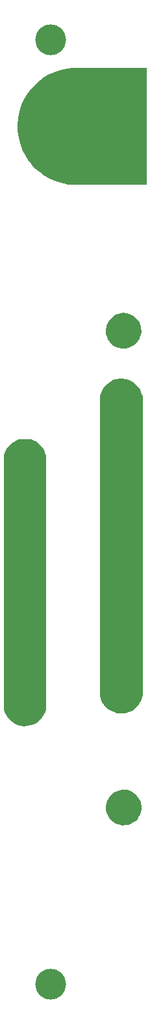
<source format=gbs>
G04 #@! TF.GenerationSoftware,KiCad,Pcbnew,8.0.2*
G04 #@! TF.CreationDate,2024-05-01T23:13:20+02:00*
G04 #@! TF.ProjectId,PetRockPanel,50657452-6f63-46b5-9061-6e656c2e6b69,rev?*
G04 #@! TF.SameCoordinates,Original*
G04 #@! TF.FileFunction,Soldermask,Bot*
G04 #@! TF.FilePolarity,Negative*
%FSLAX46Y46*%
G04 Gerber Fmt 4.6, Leading zero omitted, Abs format (unit mm)*
G04 Created by KiCad (PCBNEW 8.0.2) date 2024-05-01 23:13:20*
%MOMM*%
%LPD*%
G01*
G04 APERTURE LIST*
%ADD10C,0.000000*%
%ADD11C,4.000000*%
G04 APERTURE END LIST*
D10*
G36*
X83588224Y-75793360D02*
G01*
X83953623Y-75883073D01*
X84294286Y-76028472D01*
X84604744Y-76226186D01*
X84879530Y-76472842D01*
X85113174Y-76765067D01*
X85270825Y-77037547D01*
X85381209Y-77286209D01*
X85453751Y-77515727D01*
X85494326Y-77751561D01*
X85508809Y-78019175D01*
X85509099Y-78070330D01*
X85498517Y-78345986D01*
X85462853Y-78585479D01*
X85396235Y-78814270D01*
X85292787Y-79057820D01*
X85270825Y-79103113D01*
X85074577Y-79430708D01*
X84830594Y-79717092D01*
X84543955Y-79958167D01*
X84219736Y-80149835D01*
X83863017Y-80288000D01*
X83771267Y-80313217D01*
X83494212Y-80361359D01*
X83190388Y-80376786D01*
X82887613Y-80359527D01*
X82622618Y-80311942D01*
X82258659Y-80186051D01*
X81928518Y-80006491D01*
X81635458Y-79776451D01*
X81382743Y-79499123D01*
X81173636Y-79177695D01*
X81011400Y-78815358D01*
X80972167Y-78698545D01*
X80919168Y-78458693D01*
X80894018Y-78184842D01*
X80896716Y-77901223D01*
X80927264Y-77632068D01*
X80972167Y-77442116D01*
X81119390Y-77068650D01*
X81313586Y-76735832D01*
X81550712Y-76446706D01*
X81826725Y-76204314D01*
X82137582Y-76011700D01*
X82479241Y-75871905D01*
X82847657Y-75787972D01*
X83203558Y-75762706D01*
X83588224Y-75793360D01*
G37*
G36*
X83157720Y-84308644D02*
G01*
X83404601Y-84334015D01*
X83593866Y-84372221D01*
X84006918Y-84516886D01*
X84382331Y-84713275D01*
X84717611Y-84958967D01*
X85010263Y-85251544D01*
X85257792Y-85588585D01*
X85457703Y-85967673D01*
X85581898Y-86300317D01*
X85672554Y-86590788D01*
X85672554Y-106003875D01*
X85672554Y-125416963D01*
X85583505Y-125700868D01*
X85422954Y-126113588D01*
X85214182Y-126485557D01*
X84959758Y-126814280D01*
X84662254Y-127097262D01*
X84324241Y-127332005D01*
X83948289Y-127516015D01*
X83593866Y-127632496D01*
X83370011Y-127676019D01*
X83109320Y-127702923D01*
X82836513Y-127712331D01*
X82576311Y-127703368D01*
X82359080Y-127676242D01*
X81943099Y-127566039D01*
X81559255Y-127400970D01*
X81210584Y-127183784D01*
X80900124Y-126917233D01*
X80630912Y-126604068D01*
X80405984Y-126247038D01*
X80228377Y-125848895D01*
X80178122Y-125700868D01*
X80089073Y-125416963D01*
X80089073Y-106003875D01*
X80089073Y-86590788D01*
X80179953Y-86300317D01*
X80338574Y-85895569D01*
X80548084Y-85527013D01*
X80804679Y-85198356D01*
X81104553Y-84913308D01*
X81443902Y-84675576D01*
X81818923Y-84488871D01*
X82154638Y-84375292D01*
X82366129Y-84333498D01*
X82617678Y-84308430D01*
X82888477Y-84300130D01*
X83157720Y-84308644D01*
G37*
G36*
X83473255Y-137628514D02*
G01*
X83704756Y-137659587D01*
X83922421Y-137717793D01*
X84150611Y-137808743D01*
X84267709Y-137864045D01*
X84406228Y-137937371D01*
X84526941Y-138015916D01*
X84647674Y-138113084D01*
X84786256Y-138242280D01*
X84836218Y-138291516D01*
X84972582Y-138431108D01*
X85073792Y-138546948D01*
X85153537Y-138657482D01*
X85225511Y-138781155D01*
X85281609Y-138891550D01*
X85352466Y-139049365D01*
X85416649Y-139215861D01*
X85464446Y-139364849D01*
X85479058Y-139424079D01*
X85514695Y-139682264D01*
X85523940Y-139967519D01*
X85506791Y-140248007D01*
X85479058Y-140424587D01*
X85425042Y-140611571D01*
X85339659Y-140824923D01*
X85233795Y-141042212D01*
X85118335Y-141241004D01*
X85009234Y-141392821D01*
X84762859Y-141644476D01*
X84474835Y-141862763D01*
X84160621Y-142037752D01*
X83835681Y-142159512D01*
X83800635Y-142169049D01*
X83672248Y-142194019D01*
X83505672Y-142214491D01*
X83322078Y-142229105D01*
X83142635Y-142236500D01*
X82988514Y-142235313D01*
X82896951Y-142227156D01*
X82519002Y-142135744D01*
X82167944Y-141989442D01*
X81848922Y-141792841D01*
X81567082Y-141550530D01*
X81327570Y-141267100D01*
X81135531Y-140947142D01*
X80996111Y-140595246D01*
X80971931Y-140509905D01*
X80926291Y-140262769D01*
X80906525Y-139984661D01*
X80912984Y-139703256D01*
X80946016Y-139446229D01*
X80957804Y-139391804D01*
X81058209Y-139082506D01*
X81206825Y-138779947D01*
X81394077Y-138498711D01*
X81610391Y-138253380D01*
X81822281Y-138075140D01*
X82120015Y-137885805D01*
X82407746Y-137750908D01*
X82700630Y-137665443D01*
X83013823Y-137624405D01*
X83203558Y-137618963D01*
X83473255Y-137628514D01*
G37*
G36*
X86205083Y-51555798D02*
G01*
X86205083Y-59141359D01*
X81291296Y-59137898D01*
X80601725Y-59137310D01*
X79973806Y-59136545D01*
X79404642Y-59135577D01*
X78891336Y-59134381D01*
X78430991Y-59132929D01*
X78020710Y-59131195D01*
X77657597Y-59129155D01*
X77338755Y-59126782D01*
X77061286Y-59124049D01*
X76822294Y-59120931D01*
X76618882Y-59117402D01*
X76448153Y-59113436D01*
X76307211Y-59109006D01*
X76193158Y-59104087D01*
X76103097Y-59098653D01*
X76034131Y-59092677D01*
X76014673Y-59090481D01*
X75347846Y-58977655D01*
X74692660Y-58803638D01*
X74054411Y-58571293D01*
X73438394Y-58283485D01*
X72849907Y-57943079D01*
X72294245Y-57552940D01*
X71776704Y-57115932D01*
X71302581Y-56634919D01*
X71149928Y-56459144D01*
X70722011Y-55900691D01*
X70350485Y-55312569D01*
X70036450Y-54697963D01*
X69781003Y-54060055D01*
X69585244Y-53402027D01*
X69450271Y-52727062D01*
X69377183Y-52038343D01*
X69367078Y-51339052D01*
X69368432Y-51298666D01*
X69420737Y-50614841D01*
X69528299Y-49959729D01*
X69693042Y-49325682D01*
X69916890Y-48705052D01*
X70149793Y-48192946D01*
X70490996Y-47577055D01*
X70879936Y-47003745D01*
X71314598Y-46474471D01*
X71792968Y-45990688D01*
X72313030Y-45553853D01*
X72872770Y-45165421D01*
X73470172Y-44826847D01*
X74103220Y-44539588D01*
X74769901Y-44305099D01*
X75468199Y-44124835D01*
X75891930Y-44044877D01*
X75940557Y-44037719D01*
X75997162Y-44031196D01*
X76064892Y-44025271D01*
X76146895Y-44019906D01*
X76246318Y-44015064D01*
X76366310Y-44010706D01*
X76510018Y-44006795D01*
X76680590Y-44003293D01*
X76881173Y-44000162D01*
X77114916Y-43997364D01*
X77384965Y-43994862D01*
X77694469Y-43992617D01*
X78046575Y-43990592D01*
X78444430Y-43988750D01*
X78891184Y-43987051D01*
X79389983Y-43985459D01*
X79943974Y-43983935D01*
X80556307Y-43982443D01*
X81210610Y-43980985D01*
X86205083Y-43970236D01*
X86205083Y-51555798D01*
G37*
G36*
X70551988Y-92111063D02*
G01*
X70712589Y-92115940D01*
X70839300Y-92125844D01*
X70947435Y-92142226D01*
X71052304Y-92166539D01*
X71109848Y-92182573D01*
X71505084Y-92329513D01*
X71868805Y-92529835D01*
X72196336Y-92778731D01*
X72483002Y-93071390D01*
X72724127Y-93403003D01*
X72915037Y-93768759D01*
X73051057Y-94163850D01*
X73056625Y-94185441D01*
X73133926Y-94490170D01*
X73133926Y-110705308D01*
X73133953Y-111938760D01*
X73134018Y-113109340D01*
X73134103Y-114218727D01*
X73134187Y-115268599D01*
X73134250Y-116260633D01*
X73134273Y-117196507D01*
X73134236Y-118077899D01*
X73134118Y-118906487D01*
X73133899Y-119683948D01*
X73133561Y-120411961D01*
X73133082Y-121092203D01*
X73132443Y-121726351D01*
X73131625Y-122316085D01*
X73130606Y-122863080D01*
X73129367Y-123369017D01*
X73127889Y-123835571D01*
X73126150Y-124264421D01*
X73124132Y-124657245D01*
X73121815Y-125015721D01*
X73119178Y-125341525D01*
X73116201Y-125636337D01*
X73112865Y-125901834D01*
X73109150Y-126139694D01*
X73105035Y-126351594D01*
X73100501Y-126539212D01*
X73095528Y-126704227D01*
X73090096Y-126848316D01*
X73084186Y-126973156D01*
X73077776Y-127080426D01*
X73070847Y-127171803D01*
X73063380Y-127248965D01*
X73055353Y-127313590D01*
X73046749Y-127367356D01*
X73037545Y-127411941D01*
X73027723Y-127449022D01*
X73017263Y-127480277D01*
X73006145Y-127507384D01*
X72994348Y-127532021D01*
X72981853Y-127555865D01*
X72968639Y-127580595D01*
X72954688Y-127607887D01*
X72939979Y-127639421D01*
X72932569Y-127656734D01*
X72783866Y-127950843D01*
X72587442Y-128242268D01*
X72356222Y-128515822D01*
X72103128Y-128756317D01*
X71841085Y-128948563D01*
X71824931Y-128958492D01*
X71457468Y-129144604D01*
X71063023Y-129275373D01*
X70650290Y-129349253D01*
X70227958Y-129364698D01*
X69804719Y-129320163D01*
X69798178Y-129318989D01*
X69402078Y-129215242D01*
X69029549Y-129051442D01*
X68680875Y-128827734D01*
X68412701Y-128599444D01*
X68122879Y-128281236D01*
X67890292Y-127935838D01*
X67716340Y-127565720D01*
X67602425Y-127173351D01*
X67601571Y-127169213D01*
X67597696Y-127146278D01*
X67594019Y-127115061D01*
X67590536Y-127073904D01*
X67587242Y-127021145D01*
X67584131Y-126955125D01*
X67581197Y-126874184D01*
X67578437Y-126776662D01*
X67575845Y-126660898D01*
X67573415Y-126525234D01*
X67571143Y-126368009D01*
X67569023Y-126187562D01*
X67567050Y-125982235D01*
X67565219Y-125750367D01*
X67563525Y-125490297D01*
X67561963Y-125200367D01*
X67560528Y-124878916D01*
X67559214Y-124524284D01*
X67558016Y-124134811D01*
X67556929Y-123708838D01*
X67555948Y-123244703D01*
X67555068Y-122740748D01*
X67554284Y-122195312D01*
X67553590Y-121606735D01*
X67552982Y-120973357D01*
X67552453Y-120293519D01*
X67552000Y-119565560D01*
X67551616Y-118787820D01*
X67551298Y-117958639D01*
X67551038Y-117076358D01*
X67550833Y-116139317D01*
X67550678Y-115145854D01*
X67550566Y-114094311D01*
X67550494Y-112983028D01*
X67550455Y-111810344D01*
X67550445Y-110705308D01*
X67550445Y-94490170D01*
X67628944Y-94180716D01*
X67761597Y-93785617D01*
X67949477Y-93419314D01*
X68187874Y-93086644D01*
X68472076Y-92792446D01*
X68797374Y-92541559D01*
X69159056Y-92338821D01*
X69552410Y-92189072D01*
X69574328Y-92182626D01*
X69683518Y-92153660D01*
X69788063Y-92133375D01*
X69903279Y-92120318D01*
X70044482Y-92113036D01*
X70226990Y-92110075D01*
X70342186Y-92109760D01*
X70551988Y-92111063D01*
G37*
D11*
X73700000Y-40350000D03*
X73700000Y-162850000D03*
M02*

</source>
